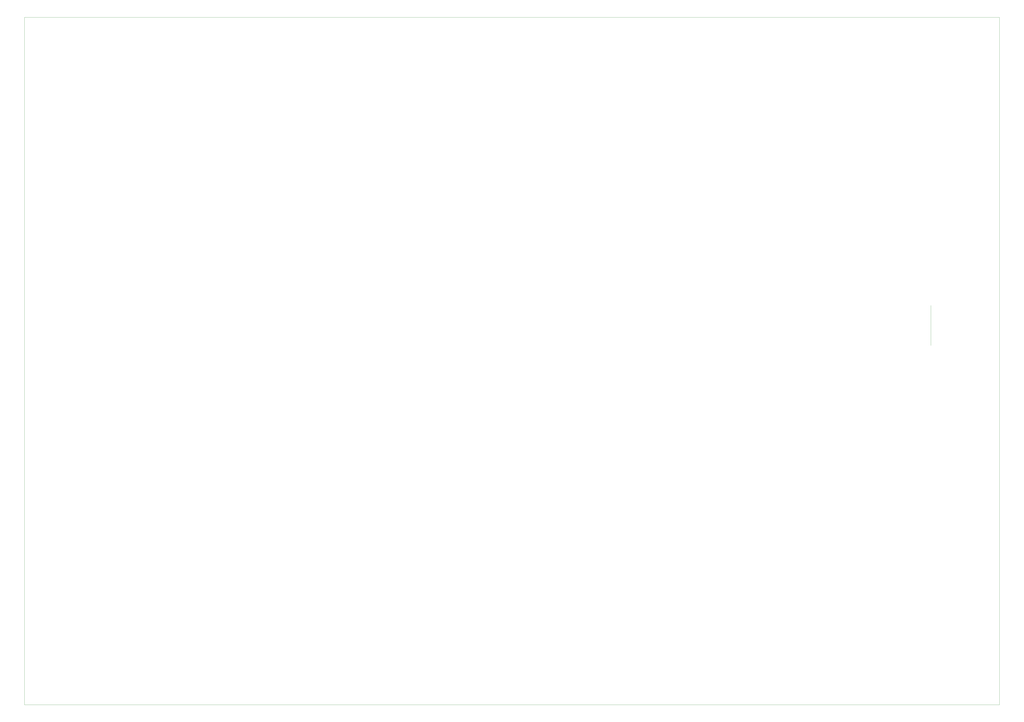
<source format=gbr>
%TF.GenerationSoftware,KiCad,Pcbnew,7.0.7*%
%TF.CreationDate,2023-09-03T02:21:55+05:00*%
%TF.ProjectId,MCUPCB,4d435550-4342-42e6-9b69-6361645f7063,rev?*%
%TF.SameCoordinates,Original*%
%TF.FileFunction,Profile,NP*%
%FSLAX46Y46*%
G04 Gerber Fmt 4.6, Leading zero omitted, Abs format (unit mm)*
G04 Created by KiCad (PCBNEW 7.0.7) date 2023-09-03 02:21:55*
%MOMM*%
%LPD*%
G01*
G04 APERTURE LIST*
%TA.AperFunction,Profile*%
%ADD10C,0.100000*%
%TD*%
%TA.AperFunction,Profile*%
%ADD11C,0.120000*%
%TD*%
G04 APERTURE END LIST*
D10*
X88900000Y-53340000D02*
X528320000Y-53340000D01*
X528320000Y-363220000D01*
X88900000Y-363220000D01*
X88900000Y-53340000D01*
D11*
%TO.C,J33*%
X497417500Y-183260000D02*
X497417500Y-201260000D01*
%TD*%
M02*

</source>
